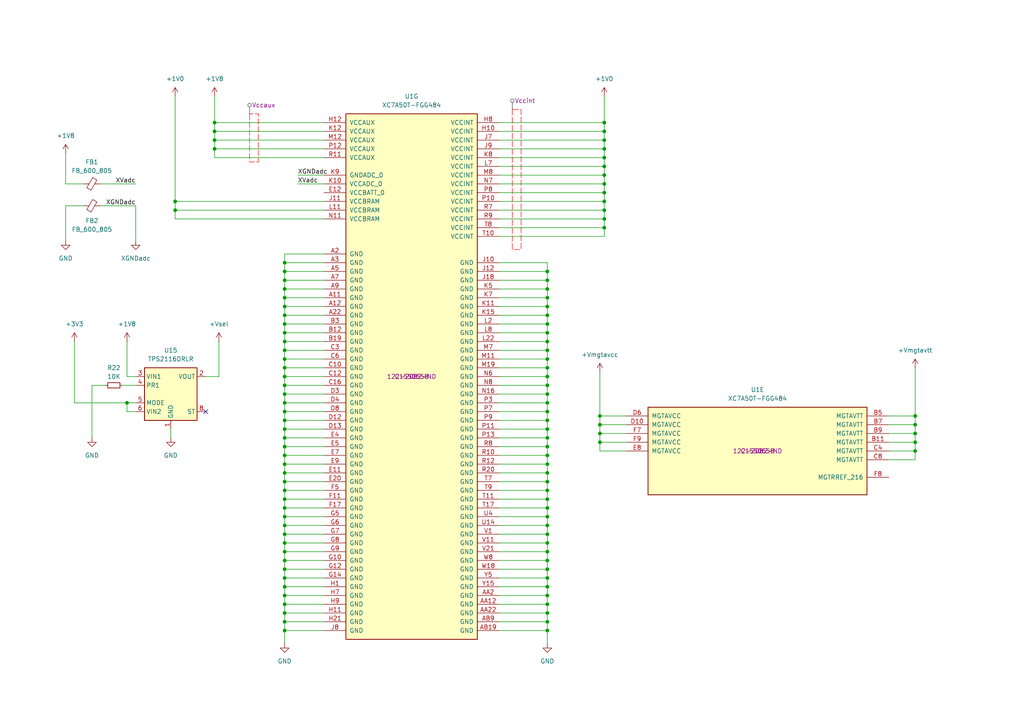
<source format=kicad_sch>
(kicad_sch (version 20250114) (generator "eeschema") (generator_version "9.0")
  (paper "A4")
  (junction (at 82.55 101.6))
  (junction (at 158.75 132.08))
  (junction (at 50.8 58.42))
  (junction (at 82.55 129.54))
  (junction (at 82.55 149.86))
  (junction (at 175.26 45.72))
  (junction (at 158.75 121.92))
  (junction (at 158.75 182.88))
  (junction (at 82.55 165.1))
  (junction (at 175.26 50.8))
  (junction (at 175.26 58.42))
  (junction (at 82.55 106.68))
  (junction (at 158.75 99.06))
  (junction (at 82.55 167.64))
  (junction (at 50.8 60.96))
  (junction (at 173.99 120.65))
  (junction (at 158.75 160.02))
  (junction (at 82.55 147.32))
  (junction (at 62.23 43.18))
  (junction (at 158.75 170.18))
  (junction (at 265.43 125.73))
  (junction (at 158.75 134.62))
  (junction (at 158.75 165.1))
  (junction (at 82.55 86.36))
  (junction (at 158.75 129.54))
  (junction (at 158.75 83.82))
  (junction (at 158.75 167.64))
  (junction (at 82.55 121.92))
  (junction (at 158.75 119.38))
  (junction (at 82.55 172.72))
  (junction (at 158.75 144.78))
  (junction (at 82.55 154.94))
  (junction (at 175.26 43.18))
  (junction (at 82.55 144.78))
  (junction (at 82.55 170.18))
  (junction (at 82.55 83.82))
  (junction (at 265.43 128.27))
  (junction (at 158.75 137.16))
  (junction (at 265.43 123.19))
  (junction (at 158.75 116.84))
  (junction (at 158.75 81.28))
  (junction (at 173.99 125.73))
  (junction (at 175.26 60.96))
  (junction (at 265.43 130.81))
  (junction (at 158.75 86.36))
  (junction (at 158.75 162.56))
  (junction (at 158.75 124.46))
  (junction (at 82.55 134.62))
  (junction (at 158.75 101.6))
  (junction (at 158.75 127))
  (junction (at 82.55 175.26))
  (junction (at 158.75 96.52))
  (junction (at 82.55 111.76))
  (junction (at 173.99 128.27))
  (junction (at 82.55 91.44))
  (junction (at 82.55 76.2))
  (junction (at 158.75 93.98))
  (junction (at 158.75 149.86))
  (junction (at 158.75 157.48))
  (junction (at 158.75 91.44))
  (junction (at 265.43 120.65))
  (junction (at 82.55 162.56))
  (junction (at 82.55 81.28))
  (junction (at 158.75 154.94))
  (junction (at 82.55 99.06))
  (junction (at 175.26 35.56))
  (junction (at 82.55 182.88))
  (junction (at 82.55 109.22))
  (junction (at 82.55 124.46))
  (junction (at 82.55 132.08))
  (junction (at 82.55 104.14))
  (junction (at 82.55 119.38))
  (junction (at 158.75 114.3))
  (junction (at 82.55 180.34))
  (junction (at 36.83 116.84))
  (junction (at 158.75 109.22))
  (junction (at 158.75 142.24))
  (junction (at 175.26 55.88))
  (junction (at 158.75 78.74))
  (junction (at 62.23 35.56))
  (junction (at 82.55 96.52))
  (junction (at 82.55 142.24))
  (junction (at 158.75 177.8))
  (junction (at 82.55 160.02))
  (junction (at 82.55 137.16))
  (junction (at 82.55 127))
  (junction (at 158.75 175.26))
  (junction (at 175.26 53.34))
  (junction (at 82.55 157.48))
  (junction (at 175.26 63.5))
  (junction (at 82.55 139.7))
  (junction (at 173.99 123.19))
  (junction (at 175.26 48.26))
  (junction (at 158.75 147.32))
  (junction (at 175.26 40.64))
  (junction (at 62.23 38.1))
  (junction (at 158.75 88.9))
  (junction (at 175.26 66.04))
  (junction (at 82.55 88.9))
  (junction (at 82.55 78.74))
  (junction (at 158.75 106.68))
  (junction (at 158.75 139.7))
  (junction (at 82.55 152.4))
  (junction (at 82.55 114.3))
  (junction (at 158.75 104.14))
  (junction (at 158.75 172.72))
  (junction (at 158.75 111.76))
  (junction (at 62.23 40.64))
  (junction (at 158.75 152.4))
  (junction (at 82.55 116.84))
  (junction (at 158.75 180.34))
  (junction (at 175.26 38.1))
  (junction (at 82.55 93.98))
  (junction (at 82.55 177.8))
  (no_connect (at 59.69 119.38))
  (wire (pts (xy 175.26 63.5) (xy 175.26 66.04)))
  (wire (pts (xy 35.56 111.76) (xy 39.37 111.76)))
  (wire (pts (xy 82.55 124.46) (xy 82.55 127)))
  (wire (pts (xy 175.26 40.64) (xy 175.26 43.18)))
  (wire (pts (xy 158.75 162.56) (xy 158.75 165.1)))
  (wire (pts (xy 158.75 91.44) (xy 144.78 91.44)))
  (wire (pts (xy 158.75 83.82) (xy 158.75 86.36)))
  (wire (pts (xy 173.99 125.73) (xy 181.61 125.73)))
  (wire (pts (xy 158.75 160.02) (xy 144.78 160.02)))
  (wire (pts (xy 257.81 133.35) (xy 265.43 133.35)))
  (wire (pts (xy 82.55 101.6) (xy 82.55 104.14)))
  (wire (pts (xy 62.23 40.64) (xy 93.98 40.64)))
  (wire (pts (xy 26.67 127) (xy 26.67 111.76)))
  (wire (pts (xy 82.55 170.18) (xy 93.98 170.18)))
  (wire (pts (xy 93.98 58.42) (xy 50.8 58.42)))
  (wire (pts (xy 158.75 182.88) (xy 144.78 182.88)))
  (wire (pts (xy 158.75 139.7) (xy 158.75 142.24)))
  (wire (pts (xy 158.75 165.1) (xy 158.75 167.64)))
  (wire (pts (xy 82.55 167.64) (xy 93.98 167.64)))
  (wire (pts (xy 158.75 157.48) (xy 158.75 160.02)))
  (wire (pts (xy 257.81 125.73) (xy 265.43 125.73)))
  (wire (pts (xy 144.78 55.88) (xy 175.26 55.88)))
  (wire (pts (xy 265.43 123.19) (xy 265.43 125.73)))
  (wire (pts (xy 82.55 119.38) (xy 82.55 121.92)))
  (wire (pts (xy 175.26 45.72) (xy 175.26 48.26)))
  (wire (pts (xy 50.8 27.94) (xy 50.8 58.42)))
  (wire (pts (xy 82.55 86.36) (xy 93.98 86.36)))
  (wire (pts (xy 82.55 149.86) (xy 82.55 152.4)))
  (wire (pts (xy 62.23 43.18) (xy 62.23 40.64)))
  (wire (pts (xy 82.55 139.7) (xy 82.55 142.24)))
  (wire (pts (xy 158.75 124.46) (xy 158.75 127)))
  (wire (pts (xy 158.75 132.08) (xy 158.75 134.62)))
  (wire (pts (xy 158.75 162.56) (xy 144.78 162.56)))
  (wire (pts (xy 82.55 162.56) (xy 93.98 162.56)))
  (wire (pts (xy 158.75 167.64) (xy 158.75 170.18)))
  (wire (pts (xy 82.55 180.34) (xy 82.55 182.88)))
  (wire (pts (xy 82.55 165.1) (xy 93.98 165.1)))
  (wire (pts (xy 19.05 44.45) (xy 19.05 53.34)))
  (wire (pts (xy 158.75 101.6) (xy 158.75 104.14)))
  (wire (pts (xy 158.75 78.74) (xy 158.75 81.28)))
  (wire (pts (xy 144.78 45.72) (xy 175.26 45.72)))
  (wire (pts (xy 63.5 99.06) (xy 63.5 109.22)))
  (wire (pts (xy 82.55 137.16) (xy 82.55 139.7)))
  (wire (pts (xy 173.99 107.95) (xy 173.99 120.65)))
  (wire (pts (xy 158.75 177.8) (xy 158.75 180.34)))
  (wire (pts (xy 158.75 137.16) (xy 144.78 137.16)))
  (wire (pts (xy 158.75 180.34) (xy 158.75 182.88)))
  (wire (pts (xy 82.55 142.24) (xy 93.98 142.24)))
  (wire (pts (xy 175.26 66.04) (xy 175.26 68.58)))
  (wire (pts (xy 257.81 130.81) (xy 265.43 130.81)))
  (wire (pts (xy 158.75 83.82) (xy 144.78 83.82)))
  (wire (pts (xy 158.75 127) (xy 144.78 127)))
  (wire (pts (xy 24.13 59.69) (xy 19.05 59.69)))
  (wire (pts (xy 158.75 149.86) (xy 144.78 149.86)))
  (wire (pts (xy 265.43 128.27) (xy 265.43 130.81)))
  (wire (pts (xy 93.98 60.96) (xy 50.8 60.96)))
  (wire (pts (xy 82.55 76.2) (xy 93.98 76.2)))
  (wire (pts (xy 173.99 123.19) (xy 181.61 123.19)))
  (wire (pts (xy 82.55 119.38) (xy 93.98 119.38)))
  (wire (pts (xy 39.37 59.69) (xy 39.37 69.85)))
  (wire (pts (xy 158.75 170.18) (xy 144.78 170.18)))
  (wire (pts (xy 82.55 175.26) (xy 93.98 175.26)))
  (wire (pts (xy 158.75 154.94) (xy 144.78 154.94)))
  (wire (pts (xy 158.75 121.92) (xy 158.75 124.46)))
  (wire (pts (xy 173.99 123.19) (xy 173.99 125.73)))
  (wire (pts (xy 158.75 111.76) (xy 144.78 111.76)))
  (wire (pts (xy 265.43 106.68) (xy 265.43 120.65)))
  (wire (pts (xy 158.75 170.18) (xy 158.75 172.72)))
  (wire (pts (xy 158.75 149.86) (xy 158.75 152.4)))
  (wire (pts (xy 82.55 109.22) (xy 82.55 111.76)))
  (wire (pts (xy 82.55 149.86) (xy 93.98 149.86)))
  (wire (pts (xy 82.55 132.08) (xy 82.55 134.62)))
  (wire (pts (xy 158.75 137.16) (xy 158.75 139.7)))
  (wire (pts (xy 158.75 165.1) (xy 144.78 165.1)))
  (wire (pts (xy 82.55 116.84) (xy 93.98 116.84)))
  (wire (pts (xy 144.78 48.26) (xy 175.26 48.26)))
  (wire (pts (xy 82.55 154.94) (xy 82.55 157.48)))
  (wire (pts (xy 82.55 86.36) (xy 82.55 88.9)))
  (wire (pts (xy 175.26 53.34) (xy 175.26 55.88)))
  (wire (pts (xy 82.55 96.52) (xy 82.55 99.06)))
  (wire (pts (xy 82.55 96.52) (xy 93.98 96.52)))
  (wire (pts (xy 158.75 93.98) (xy 144.78 93.98)))
  (wire (pts (xy 158.75 182.88) (xy 158.75 186.69)))
  (wire (pts (xy 82.55 114.3) (xy 82.55 116.84)))
  (wire (pts (xy 82.55 172.72) (xy 82.55 175.26)))
  (wire (pts (xy 82.55 172.72) (xy 93.98 172.72)))
  (wire (pts (xy 158.75 144.78) (xy 158.75 147.32)))
  (wire (pts (xy 144.78 66.04) (xy 175.26 66.04)))
  (wire (pts (xy 158.75 134.62) (xy 158.75 137.16)))
  (wire (pts (xy 144.78 35.56) (xy 175.26 35.56)))
  (wire (pts (xy 158.75 86.36) (xy 158.75 88.9)))
  (wire (pts (xy 158.75 111.76) (xy 158.75 114.3)))
  (wire (pts (xy 175.26 38.1) (xy 175.26 40.64)))
  (wire (pts (xy 181.61 130.81) (xy 173.99 130.81)))
  (wire (pts (xy 173.99 120.65) (xy 181.61 120.65)))
  (wire (pts (xy 62.23 45.72) (xy 93.98 45.72)))
  (wire (pts (xy 82.55 157.48) (xy 93.98 157.48)))
  (wire (pts (xy 158.75 99.06) (xy 144.78 99.06)))
  (wire (pts (xy 82.55 106.68) (xy 82.55 109.22)))
  (wire (pts (xy 82.55 104.14) (xy 82.55 106.68)))
  (wire (pts (xy 82.55 91.44) (xy 93.98 91.44)))
  (wire (pts (xy 82.55 160.02) (xy 93.98 160.02)))
  (wire (pts (xy 158.75 99.06) (xy 158.75 101.6)))
  (wire (pts (xy 158.75 175.26) (xy 158.75 177.8)))
  (wire (pts (xy 144.78 43.18) (xy 175.26 43.18)))
  (wire (pts (xy 158.75 91.44) (xy 158.75 93.98)))
  (wire (pts (xy 144.78 60.96) (xy 175.26 60.96)))
  (wire (pts (xy 158.75 114.3) (xy 144.78 114.3)))
  (wire (pts (xy 82.55 121.92) (xy 93.98 121.92)))
  (wire (pts (xy 86.36 53.34) (xy 93.98 53.34)))
  (wire (pts (xy 82.55 99.06) (xy 93.98 99.06)))
  (wire (pts (xy 158.75 127) (xy 158.75 129.54)))
  (wire (pts (xy 158.75 78.74) (xy 144.78 78.74)))
  (wire (pts (xy 158.75 172.72) (xy 158.75 175.26)))
  (wire (pts (xy 82.55 124.46) (xy 93.98 124.46)))
  (wire (pts (xy 158.75 86.36) (xy 144.78 86.36)))
  (wire (pts (xy 82.55 134.62) (xy 82.55 137.16)))
  (wire (pts (xy 82.55 144.78) (xy 93.98 144.78)))
  (wire (pts (xy 175.26 48.26) (xy 175.26 50.8)))
  (wire (pts (xy 158.75 81.28) (xy 158.75 83.82)))
  (wire (pts (xy 158.75 101.6) (xy 144.78 101.6)))
  (wire (pts (xy 158.75 154.94) (xy 158.75 157.48)))
  (wire (pts (xy 82.55 162.56) (xy 82.55 165.1)))
  (wire (pts (xy 82.55 177.8) (xy 93.98 177.8)))
  (wire (pts (xy 82.55 157.48) (xy 82.55 160.02)))
  (wire (pts (xy 82.55 160.02) (xy 82.55 162.56)))
  (wire (pts (xy 82.55 101.6) (xy 93.98 101.6)))
  (wire (pts (xy 158.75 116.84) (xy 158.75 119.38)))
  (wire (pts (xy 82.55 152.4) (xy 82.55 154.94)))
  (wire (pts (xy 82.55 111.76) (xy 93.98 111.76)))
  (wire (pts (xy 62.23 43.18) (xy 93.98 43.18)))
  (wire (pts (xy 82.55 78.74) (xy 93.98 78.74)))
  (wire (pts (xy 82.55 104.14) (xy 93.98 104.14)))
  (wire (pts (xy 158.75 132.08) (xy 144.78 132.08)))
  (wire (pts (xy 144.78 58.42) (xy 175.26 58.42)))
  (wire (pts (xy 82.55 93.98) (xy 82.55 96.52)))
  (wire (pts (xy 29.21 59.69) (xy 39.37 59.69)))
  (wire (pts (xy 175.26 27.94) (xy 175.26 35.56)))
  (wire (pts (xy 158.75 104.14) (xy 144.78 104.14)))
  (wire (pts (xy 82.55 111.76) (xy 82.55 114.3)))
  (wire (pts (xy 173.99 125.73) (xy 173.99 128.27)))
  (wire (pts (xy 36.83 99.06) (xy 36.83 109.22)))
  (wire (pts (xy 39.37 119.38) (xy 36.83 119.38)))
  (wire (pts (xy 265.43 120.65) (xy 265.43 123.19)))
  (wire (pts (xy 173.99 128.27) (xy 173.99 130.81)))
  (wire (pts (xy 158.75 76.2) (xy 158.75 78.74)))
  (wire (pts (xy 158.75 142.24) (xy 158.75 144.78)))
  (wire (pts (xy 82.55 142.24) (xy 82.55 144.78)))
  (wire (pts (xy 93.98 63.5) (xy 50.8 63.5)))
  (wire (pts (xy 82.55 88.9) (xy 93.98 88.9)))
  (wire (pts (xy 158.75 88.9) (xy 144.78 88.9)))
  (wire (pts (xy 144.78 53.34) (xy 175.26 53.34)))
  (wire (pts (xy 82.55 76.2) (xy 82.55 78.74)))
  (wire (pts (xy 82.55 182.88) (xy 82.55 186.69)))
  (wire (pts (xy 144.78 68.58) (xy 175.26 68.58)))
  (wire (pts (xy 158.75 144.78) (xy 144.78 144.78)))
  (wire (pts (xy 144.78 50.8) (xy 175.26 50.8)))
  (wire (pts (xy 82.55 182.88) (xy 93.98 182.88)))
  (wire (pts (xy 158.75 180.34) (xy 144.78 180.34)))
  (wire (pts (xy 82.55 99.06) (xy 82.55 101.6)))
  (wire (pts (xy 158.75 96.52) (xy 158.75 99.06)))
  (wire (pts (xy 82.55 114.3) (xy 93.98 114.3)))
  (wire (pts (xy 82.55 170.18) (xy 82.55 172.72)))
  (wire (pts (xy 158.75 139.7) (xy 144.78 139.7)))
  (wire (pts (xy 82.55 121.92) (xy 82.55 124.46)))
  (wire (pts (xy 82.55 81.28) (xy 93.98 81.28)))
  (wire (pts (xy 158.75 147.32) (xy 144.78 147.32)))
  (wire (pts (xy 158.75 106.68) (xy 144.78 106.68)))
  (wire (pts (xy 50.8 60.96) (xy 50.8 58.42)))
  (wire (pts (xy 158.75 106.68) (xy 158.75 109.22)))
  (wire (pts (xy 93.98 73.66) (xy 82.55 73.66)))
  (wire (pts (xy 82.55 154.94) (xy 93.98 154.94)))
  (wire (pts (xy 158.75 152.4) (xy 144.78 152.4)))
  (wire (pts (xy 158.75 76.2) (xy 144.78 76.2)))
  (wire (pts (xy 39.37 109.22) (xy 36.83 109.22)))
  (wire (pts (xy 82.55 180.34) (xy 93.98 180.34)))
  (wire (pts (xy 82.55 88.9) (xy 82.55 91.44)))
  (wire (pts (xy 158.75 116.84) (xy 144.78 116.84)))
  (wire (pts (xy 82.55 167.64) (xy 82.55 170.18)))
  (wire (pts (xy 158.75 157.48) (xy 144.78 157.48)))
  (wire (pts (xy 175.26 43.18) (xy 175.26 45.72)))
  (wire (pts (xy 144.78 40.64) (xy 175.26 40.64)))
  (wire (pts (xy 158.75 119.38) (xy 144.78 119.38)))
  (wire (pts (xy 175.26 55.88) (xy 175.26 58.42)))
  (wire (pts (xy 158.75 172.72) (xy 144.78 172.72)))
  (wire (pts (xy 21.59 99.06) (xy 21.59 116.84)))
  (wire (pts (xy 82.55 109.22) (xy 93.98 109.22)))
  (wire (pts (xy 257.81 123.19) (xy 265.43 123.19)))
  (wire (pts (xy 82.55 165.1) (xy 82.55 167.64)))
  (wire (pts (xy 19.05 59.69) (xy 19.05 69.85)))
  (wire (pts (xy 82.55 127) (xy 82.55 129.54)))
  (wire (pts (xy 50.8 63.5) (xy 50.8 60.96)))
  (wire (pts (xy 62.23 35.56) (xy 93.98 35.56)))
  (wire (pts (xy 158.75 88.9) (xy 158.75 91.44)))
  (wire (pts (xy 36.83 116.84) (xy 21.59 116.84)))
  (wire (pts (xy 158.75 119.38) (xy 158.75 121.92)))
  (wire (pts (xy 82.55 81.28) (xy 82.55 83.82)))
  (wire (pts (xy 158.75 109.22) (xy 144.78 109.22)))
  (wire (pts (xy 144.78 63.5) (xy 175.26 63.5)))
  (wire (pts (xy 82.55 73.66) (xy 82.55 76.2)))
  (wire (pts (xy 82.55 177.8) (xy 82.55 180.34)))
  (wire (pts (xy 158.75 142.24) (xy 144.78 142.24)))
  (wire (pts (xy 158.75 104.14) (xy 158.75 106.68)))
  (wire (pts (xy 158.75 109.22) (xy 158.75 111.76)))
  (wire (pts (xy 158.75 147.32) (xy 158.75 149.86)))
  (wire (pts (xy 158.75 81.28) (xy 144.78 81.28)))
  (wire (pts (xy 158.75 134.62) (xy 144.78 134.62)))
  (wire (pts (xy 158.75 160.02) (xy 158.75 162.56)))
  (wire (pts (xy 144.78 38.1) (xy 175.26 38.1)))
  (wire (pts (xy 26.67 111.76) (xy 30.48 111.76)))
  (wire (pts (xy 175.26 35.56) (xy 175.26 38.1)))
  (wire (pts (xy 265.43 125.73) (xy 265.43 128.27)))
  (wire (pts (xy 158.75 121.92) (xy 144.78 121.92)))
  (wire (pts (xy 257.81 128.27) (xy 265.43 128.27)))
  (wire (pts (xy 82.55 132.08) (xy 93.98 132.08)))
  (wire (pts (xy 158.75 129.54) (xy 158.75 132.08)))
  (wire (pts (xy 62.23 35.56) (xy 62.23 27.94)))
  (wire (pts (xy 158.75 167.64) (xy 144.78 167.64)))
  (wire (pts (xy 82.55 147.32) (xy 82.55 149.86)))
  (wire (pts (xy 62.23 40.64) (xy 62.23 38.1)))
  (wire (pts (xy 82.55 152.4) (xy 93.98 152.4)))
  (wire (pts (xy 158.75 175.26) (xy 144.78 175.26)))
  (wire (pts (xy 62.23 38.1) (xy 93.98 38.1)))
  (wire (pts (xy 39.37 116.84) (xy 36.83 116.84)))
  (wire (pts (xy 257.81 120.65) (xy 265.43 120.65)))
  (wire (pts (xy 36.83 119.38) (xy 36.83 116.84)))
  (wire (pts (xy 59.69 109.22) (xy 63.5 109.22)))
  (wire (pts (xy 62.23 38.1) (xy 62.23 35.56)))
  (wire (pts (xy 175.26 58.42) (xy 175.26 60.96)))
  (wire (pts (xy 82.55 137.16) (xy 93.98 137.16)))
  (wire (pts (xy 82.55 91.44) (xy 82.55 93.98)))
  (wire (pts (xy 82.55 144.78) (xy 82.55 147.32)))
  (wire (pts (xy 82.55 78.74) (xy 82.55 81.28)))
  (wire (pts (xy 175.26 50.8) (xy 175.26 53.34)))
  (wire (pts (xy 49.53 124.46) (xy 49.53 127)))
  (wire (pts (xy 62.23 45.72) (xy 62.23 43.18)))
  (wire (pts (xy 82.55 93.98) (xy 93.98 93.98)))
  (wire (pts (xy 24.13 53.34) (xy 19.05 53.34)))
  (wire (pts (xy 82.55 106.68) (xy 93.98 106.68)))
  (wire (pts (xy 173.99 120.65) (xy 173.99 123.19)))
  (wire (pts (xy 82.55 129.54) (xy 82.55 132.08)))
  (wire (pts (xy 265.43 130.81) (xy 265.43 133.35)))
  (wire (pts (xy 82.55 127) (xy 93.98 127)))
  (wire (pts (xy 175.26 60.96) (xy 175.26 63.5)))
  (wire (pts (xy 158.75 152.4) (xy 158.75 154.94)))
  (wire (pts (xy 82.55 116.84) (xy 82.55 119.38)))
  (wire (pts (xy 82.55 175.26) (xy 82.55 177.8)))
  (wire (pts (xy 82.55 129.54) (xy 93.98 129.54)))
  (wire (pts (xy 86.36 50.8) (xy 93.98 50.8)))
  (wire (pts (xy 158.75 114.3) (xy 158.75 116.84)))
  (wire (pts (xy 82.55 139.7) (xy 93.98 139.7)))
  (wire (pts (xy 158.75 93.98) (xy 158.75 96.52)))
  (wire (pts (xy 158.75 129.54) (xy 144.78 129.54)))
  (wire (pts (xy 158.75 124.46) (xy 144.78 124.46)))
  (wire (pts (xy 82.55 147.32) (xy 93.98 147.32)))
  (wire (pts (xy 82.55 83.82) (xy 82.55 86.36)))
  (wire (pts (xy 173.99 128.27) (xy 181.61 128.27)))
  (wire (pts (xy 158.75 96.52) (xy 144.78 96.52)))
  (wire (pts (xy 82.55 134.62) (xy 93.98 134.62)))
  (wire (pts (xy 82.55 83.82) (xy 93.98 83.82)))
  (wire (pts (xy 158.75 177.8) (xy 144.78 177.8)))
  (wire (pts (xy 29.21 53.34) (xy 39.37 53.34)))
  (label "XGNDadc" (at 86.36 50.8 0))
  (label "XVadc" (at 39.37 53.34 180))
  (label "XVadc" (at 86.36 53.34 0))
  (label "XGNDadc" (at 39.37 59.69 180))
  (rule_area (polyline (pts (xy 148.59 31.75) (xy 148.59 72.39) (xy 151.13 72.39) (xy 151.13 31.75)) (stroke (width 0) (type dash))))
  (rule_area (polyline (pts (xy 72.39 33.02) (xy 72.39 46.99) (xy 74.93 46.99) (xy 74.93 33.02)) (stroke (width 0) (type dash))))
  (netclass_flag "" (length 2.54) (shape round) (at 72.39 33.02 0) (property "Netclass" "Vccaux" (at 73.0885 30.48 0) (effects (justify left))))
  (netclass_flag "" (length 2.54) (shape round) (at 148.59 31.75 0) (property "Netclass" "Vccint" (at 149.2885 29.21 0) (effects (justify left))))
  (symbol (lib_id "power:+1V0") (at 21.59 99.06 0) (unit 1)
    (property "Reference" "#PWR097" (effects (hide yes)))
    (property "Value" "+3V3" (at 21.59 93.98 0))
    (property "Description" "Power symbol creates a global label with name \"+1V0\"" (effects (hide yes)))
  )
  (symbol (lib_id "!Misc:R_10K_0603") (at 33.02 111.76 90) (unit 1)
    (property "Reference" "R22" (at 33.02 106.68 90))
    (property "Value" "10K" (at 33.02 109.22 90))
    (property "Footprint" "Resistor_SMD:R_0603_1608Metric" (effects (hide yes)))
    (property "Description" "10K 0603 Resistor" (effects (hide yes)))
    (property "LCSC Part #" "C25804" (effects (hide yes)))
    (property "Digi-Key Part Number" "CR0603-FX-1002ELFCT-ND" (effects (hide yes)))
  )
  (symbol (lib_id "power:+1V0") (at 173.99 107.95 0) (unit 1)
    (property "Reference" "#PWR087" (effects (hide yes)))
    (property "Value" "+Vmgtavcc" (at 173.99 102.87 0))
    (property "Description" "Power symbol creates a global label with name \"+1V0\"" (effects (hide yes)))
  )
  (symbol (lib_id "power:+1V0") (at 50.8 27.94 0) (unit 1)
    (property "Reference" "#PWR061" (effects (hide yes)))
    (property "Value" "+1V0" (at 50.8 22.86 0))
    (property "Description" "Power symbol creates a global label with name \"+1V0\"" (effects (hide yes)))
  )
  (symbol (lib_id "!Xilinx:XC7A50T-FGG484") (at 219.71 130.81 0) (unit 5)
    (property "Reference" "U1" (at 219.71 113.03 0))
    (property "Value" "XC7A50T-FGG484" (at 219.71 115.57 0))
    (property "Footprint" "!Xilinx:Xilinx_FGG484" (effects (hide yes)))
    (property "Description" "XC7A50T-2FGG484C" (effects (hide yes)))
    (property "LCSC Part #" "C1550658" (at 219.71 130.81 0))
    (property "Digi-Key Part Number" "122-2082-ND" (at 219.71 130.81 0))
  )
  (symbol (lib_id "power:GND") (at 82.55 186.69 0) (unit 1)
    (property "Reference" "#PWR020" (effects (hide yes)))
    (property "Value" "GND" (at 82.55 191.77 0))
    (property "Description" "Power symbol creates a global label with name \"GND\" , ground" (effects (hide yes)))
  )
  (symbol (lib_id "power:+1V0") (at 265.43 106.68 0) (unit 1)
    (property "Reference" "#PWR088" (effects (hide yes)))
    (property "Value" "+Vmgtavtt" (at 265.43 101.6 0))
    (property "Description" "Power symbol creates a global label with name \"+1V0\"" (effects (hide yes)))
  )
  (symbol (lib_id "power:+1V0") (at 62.23 27.94 0) (unit 1)
    (property "Reference" "#PWR060" (effects (hide yes)))
    (property "Value" "+1V8" (at 62.23 22.86 0))
    (property "Description" "Power symbol creates a global label with name \"+1V0\"" (effects (hide yes)))
  )
  (symbol (lib_id "power:+1V0") (at 36.83 99.06 0) (unit 1)
    (property "Reference" "#PWR099" (effects (hide yes)))
    (property "Value" "+1V8" (at 36.83 93.98 0))
    (property "Description" "Power symbol creates a global label with name \"+1V0\"" (effects (hide yes)))
  )
  (symbol (lib_id "!Misc:FB_600") (at 26.67 53.34 90) (unit 1)
    (property "Reference" "FB1" (at 26.6319 46.99 90))
    (property "Value" "FB_600_805" (at 26.6319 49.53 90))
    (property "Footprint" "Inductor_SMD:L_0805_2012Metric" (effects (hide yes)))
    (property "Description" "Ferrite bead, 600ohm, 0805" (effects (hide yes)))
    (property "LCSC Part #" "C1017" (effects (hide yes)))
    (property "Digi-Key Part Number" "240-2399-1-ND" (effects (hide yes)))
  )
  (symbol (lib_id "power:+1V0") (at 19.05 44.45 0) (unit 1)
    (property "Reference" "#PWR062" (effects (hide yes)))
    (property "Value" "+1V8" (at 19.05 39.37 0))
    (property "Description" "Power symbol creates a global label with name \"+1V0\"" (effects (hide yes)))
  )
  (symbol (lib_id "power:GND") (at 19.05 69.85 0) (unit 1)
    (property "Reference" "#PWR026" (effects (hide yes)))
    (property "Value" "GND" (at 19.05 74.93 0))
    (property "Description" "Power symbol creates a global label with name \"GND\" , ground" (effects (hide yes)))
  )
  (symbol (lib_id "power:GND") (at 49.53 127 0) (unit 1)
    (property "Reference" "#PWR024" (effects (hide yes)))
    (property "Value" "GND" (at 49.53 132.08 0))
    (property "Description" "Power symbol creates a global label with name \"GND\" , ground" (effects (hide yes)))
  )
  (symbol (lib_id "power:+1V0") (at 175.26 27.94 0) (unit 1)
    (property "Reference" "#PWR050" (effects (hide yes)))
    (property "Value" "+1V0" (at 175.26 22.86 0))
    (property "Description" "Power symbol creates a global label with name \"+1V0\"" (effects (hide yes)))
  )
  (symbol (lib_id "power:GND") (at 39.37 69.85 0) (unit 1)
    (property "Reference" "#PWR030" (effects (hide yes)))
    (property "Value" "XGNDadc" (at 39.37 74.93 0))
    (property "Description" "Power symbol creates a global label with name \"GND\" , ground" (effects (hide yes)))
  )
  (symbol (lib_id "power:+1V0") (at 63.5 99.06 0) (unit 1)
    (property "Reference" "#PWR0100" (effects (hide yes)))
    (property "Value" "+Vsel" (at 63.5 93.98 0))
    (property "Description" "Power symbol creates a global label with name \"+1V0\"" (effects (hide yes)))
  )
  (symbol (lib_id "!Misc:FB_600") (at 26.67 59.69 90) (unit 1)
    (property "Reference" "FB2" (at 26.67 64.008 90))
    (property "Value" "FB_600_805" (at 26.67 66.548 90))
    (property "Footprint" "Inductor_SMD:L_0805_2012Metric" (effects (hide yes)))
    (property "Description" "Ferrite bead, 600ohm, 0805" (effects (hide yes)))
    (property "LCSC Part #" "C1017" (effects (hide yes)))
    (property "Digi-Key Part Number" "240-2399-1-ND" (effects (hide yes)))
  )
  (symbol (lib_id "power:GND") (at 26.67 127 0) (unit 1)
    (property "Reference" "#PWR027" (effects (hide yes)))
    (property "Value" "GND" (at 26.67 132.08 0))
    (property "Description" "Power symbol creates a global label with name \"GND\" , ground" (effects (hide yes)))
  )
  (symbol (lib_id "!Misc:TPS2116DRLR") (at 49.53 114.3 0) (unit 1)
    (property "Reference" "U15" (at 49.53 101.6 0))
    (property "Value" "TPS2116DRLR" (at 49.53 104.14 0))
    (property "Footprint" "Package_TO_SOT_SMD:SOT-583-8" (effects (hide yes)))
    (property "Datasheet" "https://www.ti.com/lit/ds/symlink/tps2116.pdf" (effects (hide yes)))
    (property "Description" "2 Channnels Power Mux with Manual and Priority Switchover, 1.6-5.5V Input Voltage, 2.5A Output Current, Ron 40 mOhm, SOT-583-8" (effects (hide yes)))
    (property "LCSC Part #" "C3235557" (effects (hide yes)))
    (property "Digi-Key Part Number" "296-TPS2116DRLRCT-ND" (effects (hide yes)))
  )
  (symbol (lib_id "!Xilinx:XC7A50T-FGG484") (at 119.38 109.22 0) (unit 7)
    (property "Reference" "U1" (at 119.38 27.94 0))
    (property "Value" "XC7A50T-FGG484" (at 119.38 30.48 0))
    (property "Footprint" "!Xilinx:Xilinx_FGG484" (effects (hide yes)))
    (property "Description" "XC7A50T-2FGG484C" (effects (hide yes)))
    (property "LCSC Part #" "C1550658" (at 119.38 109.22 0))
    (property "Digi-Key Part Number" "122-2082-ND" (at 119.38 109.22 0))
  )
  (symbol (lib_id "power:GND") (at 158.75 186.69 0) (unit 1)
    (property "Reference" "#PWR021" (effects (hide yes)))
    (property "Value" "GND" (at 158.75 191.77 0))
    (property "Description" "Power symbol creates a global label with name \"GND\" , ground" (effects (hide yes)))
  )
)
</source>
